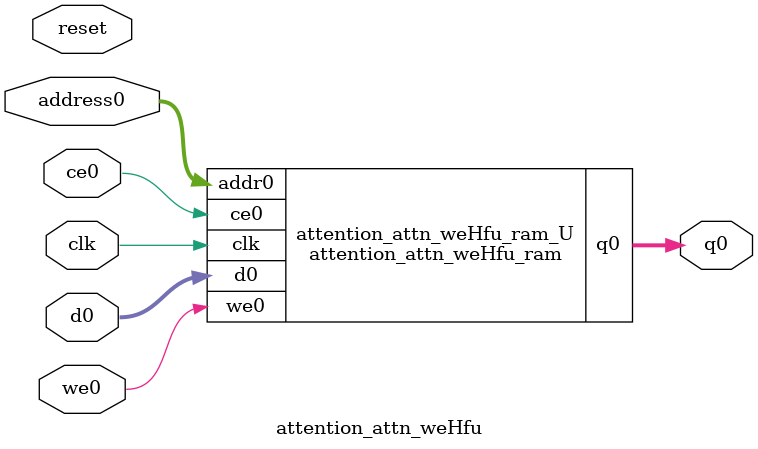
<source format=v>
`timescale 1 ns / 1 ps
module attention_attn_weHfu_ram (addr0, ce0, d0, we0, q0,  clk);

parameter DWIDTH = 40;
parameter AWIDTH = 6;
parameter MEM_SIZE = 48;

input[AWIDTH-1:0] addr0;
input ce0;
input[DWIDTH-1:0] d0;
input we0;
output reg[DWIDTH-1:0] q0;
input clk;

(* ram_style = "block" *)reg [DWIDTH-1:0] ram[0:MEM_SIZE-1];




always @(posedge clk)  
begin 
    if (ce0) begin
        if (we0) 
            ram[addr0] <= d0; 
        q0 <= ram[addr0];
    end
end


endmodule

`timescale 1 ns / 1 ps
module attention_attn_weHfu(
    reset,
    clk,
    address0,
    ce0,
    we0,
    d0,
    q0);

parameter DataWidth = 32'd40;
parameter AddressRange = 32'd48;
parameter AddressWidth = 32'd6;
input reset;
input clk;
input[AddressWidth - 1:0] address0;
input ce0;
input we0;
input[DataWidth - 1:0] d0;
output[DataWidth - 1:0] q0;



attention_attn_weHfu_ram attention_attn_weHfu_ram_U(
    .clk( clk ),
    .addr0( address0 ),
    .ce0( ce0 ),
    .we0( we0 ),
    .d0( d0 ),
    .q0( q0 ));

endmodule


</source>
